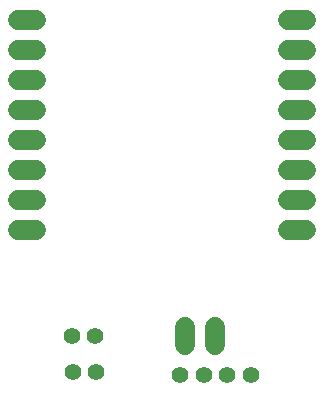
<source format=gbr>
G04 EAGLE Gerber RS-274X export*
G75*
%MOMM*%
%FSLAX34Y34*%
%LPD*%
%INSoldermask Bottom*%
%IPPOS*%
%AMOC8*
5,1,8,0,0,1.08239X$1,22.5*%
G01*
G04 Define Apertures*
%ADD10C,1.411200*%
%ADD11C,1.727200*%
D10*
X207800Y73660D03*
X187800Y73660D03*
X167800Y73660D03*
X147800Y73660D03*
X56840Y76200D03*
X76840Y76200D03*
X76040Y106680D03*
X56040Y106680D03*
D11*
X177800Y114300D02*
X177800Y99060D01*
X152400Y99060D02*
X152400Y114300D01*
X25851Y197077D02*
X10611Y197077D01*
X10611Y222477D02*
X25851Y222477D01*
X25851Y247877D02*
X10611Y247877D01*
X10611Y273277D02*
X25851Y273277D01*
X25851Y298677D02*
X10611Y298677D01*
X10611Y324077D02*
X25851Y324077D01*
X25851Y349477D02*
X10611Y349477D01*
X10611Y374877D02*
X25851Y374877D01*
X239211Y197077D02*
X254451Y197077D01*
X254451Y222477D02*
X239211Y222477D01*
X239211Y247877D02*
X254451Y247877D01*
X254451Y273277D02*
X239211Y273277D01*
X239211Y298677D02*
X254451Y298677D01*
X254451Y324077D02*
X239211Y324077D01*
X239211Y349477D02*
X254451Y349477D01*
X254451Y374877D02*
X239211Y374877D01*
M02*

</source>
